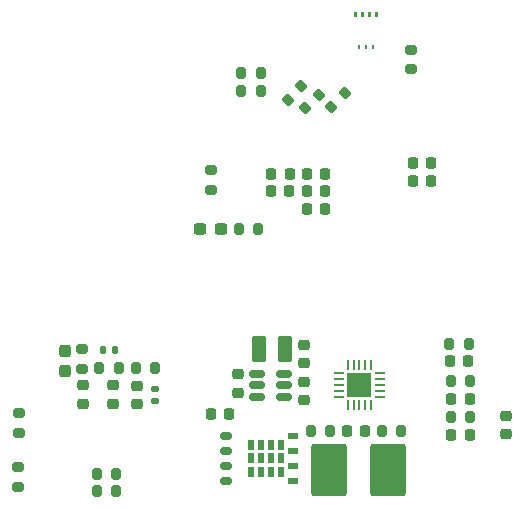
<source format=gbr>
%TF.GenerationSoftware,KiCad,Pcbnew,8.0.5-8.0.5-0~ubuntu24.04.1*%
%TF.CreationDate,2024-09-15T17:00:47-06:00*%
%TF.ProjectId,esp32-s3 single motor & battery controller,65737033-322d-4733-9320-73696e676c65,rev?*%
%TF.SameCoordinates,Original*%
%TF.FileFunction,Paste,Bot*%
%TF.FilePolarity,Positive*%
%FSLAX46Y46*%
G04 Gerber Fmt 4.6, Leading zero omitted, Abs format (unit mm)*
G04 Created by KiCad (PCBNEW 8.0.5-8.0.5-0~ubuntu24.04.1) date 2024-09-15 17:00:47*
%MOMM*%
%LPD*%
G01*
G04 APERTURE LIST*
G04 Aperture macros list*
%AMRoundRect*
0 Rectangle with rounded corners*
0 $1 Rounding radius*
0 $2 $3 $4 $5 $6 $7 $8 $9 X,Y pos of 4 corners*
0 Add a 4 corners polygon primitive as box body*
4,1,4,$2,$3,$4,$5,$6,$7,$8,$9,$2,$3,0*
0 Add four circle primitives for the rounded corners*
1,1,$1+$1,$2,$3*
1,1,$1+$1,$4,$5*
1,1,$1+$1,$6,$7*
1,1,$1+$1,$8,$9*
0 Add four rect primitives between the rounded corners*
20,1,$1+$1,$2,$3,$4,$5,0*
20,1,$1+$1,$4,$5,$6,$7,0*
20,1,$1+$1,$6,$7,$8,$9,0*
20,1,$1+$1,$8,$9,$2,$3,0*%
G04 Aperture macros list end*
%ADD10RoundRect,0.200000X0.275000X-0.200000X0.275000X0.200000X-0.275000X0.200000X-0.275000X-0.200000X0*%
%ADD11RoundRect,0.200000X0.200000X0.275000X-0.200000X0.275000X-0.200000X-0.275000X0.200000X-0.275000X0*%
%ADD12RoundRect,0.200000X0.053033X-0.335876X0.335876X-0.053033X-0.053033X0.335876X-0.335876X0.053033X0*%
%ADD13RoundRect,0.200000X-0.200000X-0.275000X0.200000X-0.275000X0.200000X0.275000X-0.200000X0.275000X0*%
%ADD14RoundRect,0.225000X-0.250000X0.225000X-0.250000X-0.225000X0.250000X-0.225000X0.250000X0.225000X0*%
%ADD15RoundRect,0.225000X-0.225000X-0.250000X0.225000X-0.250000X0.225000X0.250000X-0.225000X0.250000X0*%
%ADD16RoundRect,0.225000X0.225000X0.250000X-0.225000X0.250000X-0.225000X-0.250000X0.225000X-0.250000X0*%
%ADD17RoundRect,0.237500X-0.237500X0.300000X-0.237500X-0.300000X0.237500X-0.300000X0.237500X0.300000X0*%
%ADD18RoundRect,0.147500X0.147500X0.172500X-0.147500X0.172500X-0.147500X-0.172500X0.147500X-0.172500X0*%
%ADD19R,0.600000X0.900000*%
%ADD20R,0.900000X0.600000*%
%ADD21RoundRect,0.150000X-0.375000X0.150000X-0.375000X-0.150000X0.375000X-0.150000X0.375000X0.150000X0*%
%ADD22RoundRect,0.250000X-0.375000X-0.850000X0.375000X-0.850000X0.375000X0.850000X-0.375000X0.850000X0*%
%ADD23RoundRect,0.237500X0.300000X0.237500X-0.300000X0.237500X-0.300000X-0.237500X0.300000X-0.237500X0*%
%ADD24RoundRect,0.225000X0.250000X-0.225000X0.250000X0.225000X-0.250000X0.225000X-0.250000X-0.225000X0*%
%ADD25RoundRect,0.250001X-1.262499X-1.974999X1.262499X-1.974999X1.262499X1.974999X-1.262499X1.974999X0*%
%ADD26RoundRect,0.218750X-0.218750X-0.256250X0.218750X-0.256250X0.218750X0.256250X-0.218750X0.256250X0*%
%ADD27RoundRect,0.147500X-0.172500X0.147500X-0.172500X-0.147500X0.172500X-0.147500X0.172500X0.147500X0*%
%ADD28RoundRect,0.200000X-0.275000X0.200000X-0.275000X-0.200000X0.275000X-0.200000X0.275000X0.200000X0*%
%ADD29R,0.812800X0.254000*%
%ADD30R,0.254000X0.812800*%
%ADD31R,2.159000X2.159000*%
%ADD32RoundRect,0.150000X0.512500X0.150000X-0.512500X0.150000X-0.512500X-0.150000X0.512500X-0.150000X0*%
G04 APERTURE END LIST*
%TO.C,J2*%
G36*
X137760000Y-90430000D02*
G01*
X137540000Y-90430000D01*
X137540000Y-90870000D01*
X137760000Y-90870000D01*
X137760000Y-90430000D01*
G37*
G36*
X138060000Y-93240000D02*
G01*
X137840000Y-93240000D01*
X137840000Y-93580000D01*
X138060000Y-93580000D01*
X138060000Y-93240000D01*
G37*
G36*
X138360000Y-90430000D02*
G01*
X138140000Y-90430000D01*
X138140000Y-90870000D01*
X138360000Y-90870000D01*
X138360000Y-90430000D01*
G37*
G36*
X138660000Y-93240000D02*
G01*
X138440000Y-93240000D01*
X138440000Y-93580000D01*
X138660000Y-93580000D01*
X138660000Y-93240000D01*
G37*
G36*
X138960000Y-90430000D02*
G01*
X138740000Y-90430000D01*
X138740000Y-90870000D01*
X138960000Y-90870000D01*
X138960000Y-90430000D01*
G37*
G36*
X139260000Y-93240000D02*
G01*
X139040000Y-93240000D01*
X139040000Y-93580000D01*
X139260000Y-93580000D01*
X139260000Y-93240000D01*
G37*
G36*
X139560000Y-90430000D02*
G01*
X139340000Y-90430000D01*
X139340000Y-90870000D01*
X139560000Y-90870000D01*
X139560000Y-90430000D01*
G37*
%TD*%
D10*
%TO.C,R11*%
X114550000Y-120625000D03*
X114550000Y-118975000D03*
%TD*%
D11*
%TO.C,R35*%
X147375000Y-124700000D03*
X145725000Y-124700000D03*
%TD*%
D12*
%TO.C,R4*%
X133416637Y-98583363D03*
X134583363Y-97416637D03*
%TD*%
D13*
%TO.C,R10*%
X119075000Y-120600000D03*
X120725000Y-120600000D03*
%TD*%
D12*
%TO.C,R5*%
X135616637Y-98483363D03*
X136783363Y-97316637D03*
%TD*%
D14*
%TO.C,C28*%
X133300000Y-121725000D03*
X133300000Y-123275000D03*
%TD*%
D15*
%TO.C,C2*%
X133525000Y-105600000D03*
X135075000Y-105600000D03*
%TD*%
D14*
%TO.C,C40*%
X127700000Y-121112500D03*
X127700000Y-122662500D03*
%TD*%
D16*
%TO.C,C33*%
X138475000Y-125900000D03*
X136925000Y-125900000D03*
%TD*%
%TO.C,C34*%
X147225000Y-120000000D03*
X145675000Y-120000000D03*
%TD*%
D11*
%TO.C,R33*%
X147275000Y-118500000D03*
X145625000Y-118500000D03*
%TD*%
D17*
%TO.C,C13*%
X113050000Y-119087500D03*
X113050000Y-120812500D03*
%TD*%
D11*
%TO.C,R14*%
X129625000Y-97100000D03*
X127975000Y-97100000D03*
%TD*%
D18*
%TO.C,D2*%
X117285000Y-119050000D03*
X116315000Y-119050000D03*
%TD*%
D19*
%TO.C,Q7*%
X128850000Y-127050000D03*
X128850000Y-128200000D03*
X128850000Y-129350000D03*
X129700000Y-127050000D03*
X129700000Y-128200000D03*
X129700000Y-129350000D03*
X130550000Y-127050000D03*
X130550000Y-128200000D03*
X130550000Y-129350000D03*
X131400000Y-127050000D03*
X131400000Y-128200000D03*
X131400000Y-129350000D03*
D20*
X132400000Y-126295000D03*
X132400000Y-127565000D03*
X132400000Y-128835000D03*
X132400000Y-130105000D03*
D21*
X126675000Y-130105000D03*
X126675000Y-128835000D03*
X126675000Y-127565000D03*
X126675000Y-126295000D03*
%TD*%
D22*
%TO.C,L3*%
X129525000Y-118937500D03*
X131675000Y-118937500D03*
%TD*%
D16*
%TO.C,C39*%
X147325000Y-126200000D03*
X145775000Y-126200000D03*
%TD*%
D15*
%TO.C,C26*%
X133525000Y-107100000D03*
X135075000Y-107100000D03*
%TD*%
D13*
%TO.C,R20*%
X127775000Y-108800000D03*
X129425000Y-108800000D03*
%TD*%
D14*
%TO.C,C12*%
X119150000Y-122075000D03*
X119150000Y-123625000D03*
%TD*%
D23*
%TO.C,C18*%
X126262501Y-108800000D03*
X124537499Y-108800000D03*
%TD*%
D24*
%TO.C,C36*%
X150400000Y-126175000D03*
X150400000Y-124625000D03*
%TD*%
D15*
%TO.C,C23*%
X142525000Y-103200000D03*
X144075000Y-103200000D03*
%TD*%
D11*
%TO.C,R29*%
X141525000Y-125900000D03*
X139875000Y-125900000D03*
%TD*%
D12*
%TO.C,R3*%
X131916637Y-97883363D03*
X133083363Y-96716637D03*
%TD*%
D15*
%TO.C,C1*%
X133525000Y-104100000D03*
X135075000Y-104100000D03*
%TD*%
D13*
%TO.C,R8*%
X115775000Y-129500000D03*
X117425000Y-129500000D03*
%TD*%
D25*
%TO.C,R27*%
X135387500Y-129200000D03*
X140412500Y-129200000D03*
%TD*%
D16*
%TO.C,C37*%
X147325000Y-123200000D03*
X145775000Y-123200000D03*
%TD*%
D10*
%TO.C,R2*%
X109200000Y-126025000D03*
X109200000Y-124375000D03*
%TD*%
D26*
%TO.C,FB1*%
X130512500Y-104100000D03*
X132087500Y-104100000D03*
%TD*%
D11*
%TO.C,R34*%
X147375000Y-121700000D03*
X145725000Y-121700000D03*
%TD*%
D27*
%TO.C,D4*%
X120650000Y-122365000D03*
X120650000Y-123335000D03*
%TD*%
D24*
%TO.C,C27*%
X133300000Y-120175000D03*
X133300000Y-118625000D03*
%TD*%
D16*
%TO.C,C38*%
X126975000Y-124500000D03*
X125425000Y-124500000D03*
%TD*%
D15*
%TO.C,C19*%
X130525000Y-105600000D03*
X132075000Y-105600000D03*
%TD*%
D28*
%TO.C,R7*%
X109100000Y-128975000D03*
X109100000Y-130625000D03*
%TD*%
D13*
%TO.C,R28*%
X115975000Y-120550000D03*
X117625000Y-120550000D03*
%TD*%
D29*
%TO.C,U3*%
X139727200Y-120999748D03*
X139727200Y-121499874D03*
X139727200Y-122000000D03*
X139727200Y-122500126D03*
X139727200Y-123000252D03*
D30*
X139000252Y-123727200D03*
X138500126Y-123727200D03*
X138000000Y-123727200D03*
X137499874Y-123727200D03*
X136999748Y-123727200D03*
D29*
X136272800Y-123000252D03*
X136272800Y-122500126D03*
X136272800Y-122000000D03*
X136272800Y-121499874D03*
X136272800Y-120999748D03*
D30*
X136999748Y-120272800D03*
X137499874Y-120272800D03*
X138000000Y-120272800D03*
X138500126Y-120272800D03*
X139000252Y-120272800D03*
D31*
X138000000Y-122000000D03*
%TD*%
D32*
%TO.C,U2*%
X131637500Y-121087500D03*
X131637500Y-122037500D03*
X131637500Y-122987500D03*
X129362500Y-122987500D03*
X129362500Y-122037500D03*
X129362500Y-121087500D03*
%TD*%
D10*
%TO.C,R19*%
X125450000Y-105475000D03*
X125450000Y-103825000D03*
%TD*%
D14*
%TO.C,C6*%
X114600000Y-122025000D03*
X114600000Y-123575000D03*
%TD*%
D28*
%TO.C,R6*%
X142400000Y-93625000D03*
X142400000Y-95275000D03*
%TD*%
D11*
%TO.C,R18*%
X117425000Y-131000000D03*
X115775000Y-131000000D03*
%TD*%
D14*
%TO.C,C31*%
X117100000Y-122025000D03*
X117100000Y-123575000D03*
%TD*%
D15*
%TO.C,C24*%
X142525000Y-104700000D03*
X144075000Y-104700000D03*
%TD*%
D13*
%TO.C,R30*%
X133875000Y-125900000D03*
X135525000Y-125900000D03*
%TD*%
D11*
%TO.C,R15*%
X129625000Y-95550000D03*
X127975000Y-95550000D03*
%TD*%
M02*

</source>
